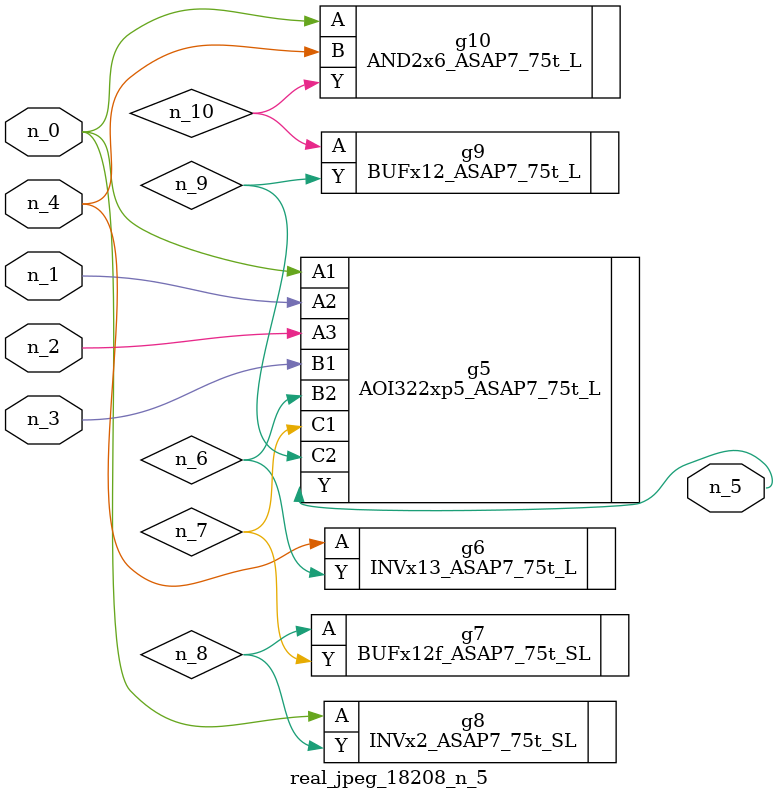
<source format=v>
module real_jpeg_18208_n_5 (n_4, n_0, n_1, n_2, n_3, n_5);

input n_4;
input n_0;
input n_1;
input n_2;
input n_3;

output n_5;

wire n_8;
wire n_6;
wire n_7;
wire n_10;
wire n_9;

AOI322xp5_ASAP7_75t_L g5 ( 
.A1(n_0),
.A2(n_1),
.A3(n_2),
.B1(n_3),
.B2(n_6),
.C1(n_7),
.C2(n_9),
.Y(n_5)
);

INVx2_ASAP7_75t_SL g8 ( 
.A(n_0),
.Y(n_8)
);

AND2x6_ASAP7_75t_L g10 ( 
.A(n_0),
.B(n_4),
.Y(n_10)
);

INVx13_ASAP7_75t_L g6 ( 
.A(n_4),
.Y(n_6)
);

BUFx12f_ASAP7_75t_SL g7 ( 
.A(n_8),
.Y(n_7)
);

BUFx12_ASAP7_75t_L g9 ( 
.A(n_10),
.Y(n_9)
);


endmodule
</source>
